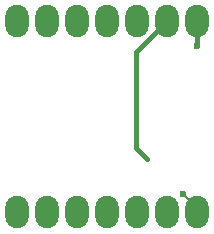
<source format=gbr>
%TF.GenerationSoftware,KiCad,Pcbnew,8.0.6*%
%TF.CreationDate,2025-02-09T14:24:31+00:00*%
%TF.ProjectId,disturbance-free-calling,64697374-7572-4626-916e-63652d667265,rev?*%
%TF.SameCoordinates,Original*%
%TF.FileFunction,Copper,L2,Bot*%
%TF.FilePolarity,Positive*%
%FSLAX46Y46*%
G04 Gerber Fmt 4.6, Leading zero omitted, Abs format (unit mm)*
G04 Created by KiCad (PCBNEW 8.0.6) date 2025-02-09 14:24:31*
%MOMM*%
%LPD*%
G01*
G04 APERTURE LIST*
G04 Aperture macros list*
%AMRoundRect*
0 Rectangle with rounded corners*
0 $1 Rounding radius*
0 $2 $3 $4 $5 $6 $7 $8 $9 X,Y pos of 4 corners*
0 Add a 4 corners polygon primitive as box body*
4,1,4,$2,$3,$4,$5,$6,$7,$8,$9,$2,$3,0*
0 Add four circle primitives for the rounded corners*
1,1,$1+$1,$2,$3*
1,1,$1+$1,$4,$5*
1,1,$1+$1,$6,$7*
1,1,$1+$1,$8,$9*
0 Add four rect primitives between the rounded corners*
20,1,$1+$1,$2,$3,$4,$5,0*
20,1,$1+$1,$4,$5,$6,$7,0*
20,1,$1+$1,$6,$7,$8,$9,0*
20,1,$1+$1,$8,$9,$2,$3,0*%
G04 Aperture macros list end*
%TA.AperFunction,SMDPad,CuDef*%
%ADD10RoundRect,1.000000X0.000010X-0.375000X0.000010X0.375000X-0.000010X0.375000X-0.000010X-0.375000X0*%
%TD*%
%TA.AperFunction,ViaPad*%
%ADD11C,0.600000*%
%TD*%
%TA.AperFunction,ViaPad*%
%ADD12C,0.500000*%
%TD*%
%TA.AperFunction,Conductor*%
%ADD13C,0.254000*%
%TD*%
%TA.AperFunction,Conductor*%
%ADD14C,0.381000*%
%TD*%
%TA.AperFunction,Conductor*%
%ADD15C,0.200000*%
%TD*%
G04 APERTURE END LIST*
D10*
%TO.P,U1,1,PA02_A0_D0*%
%TO.N,Net-(U1-PA02_A0_D0)*%
X136200000Y-68165000D03*
%TO.P,U1,2,PA4_A1_D1*%
%TO.N,unconnected-(U1-PA4_A1_D1-Pad2)*%
X133660000Y-68165000D03*
%TO.P,U1,3,PA10_A2_D2*%
%TO.N,unconnected-(U1-PA10_A2_D2-Pad3)*%
X131120000Y-68165000D03*
%TO.P,U1,4,PA11_A3_D3*%
%TO.N,unconnected-(U1-PA11_A3_D3-Pad4)*%
X128580000Y-68165000D03*
%TO.P,U1,5,PA8_A4_D4_SDA*%
%TO.N,unconnected-(U1-PA8_A4_D4_SDA-Pad5)*%
X126040000Y-68165000D03*
%TO.P,U1,6,PA9_A5_D5_SCL*%
%TO.N,unconnected-(U1-PA9_A5_D5_SCL-Pad6)*%
X123500000Y-68165000D03*
%TO.P,U1,7,PB08_A6_D6_TX*%
%TO.N,unconnected-(U1-PB08_A6_D6_TX-Pad7)*%
X120960000Y-68165000D03*
%TO.P,U1,8,PB09_A7_D7_RX*%
%TO.N,unconnected-(U1-PB09_A7_D7_RX-Pad8)*%
X120960000Y-52000000D03*
%TO.P,U1,9,PA7_A8_D8_SCK*%
%TO.N,unconnected-(U1-PA7_A8_D8_SCK-Pad9)*%
X123500000Y-52000000D03*
%TO.P,U1,10,PA5_A9_D9_MISO*%
%TO.N,unconnected-(U1-PA5_A9_D9_MISO-Pad10)*%
X126040000Y-52000000D03*
%TO.P,U1,11,PA6_A10_D10_MOSI*%
%TO.N,unconnected-(U1-PA6_A10_D10_MOSI-Pad11)*%
X128580000Y-52000000D03*
%TO.P,U1,12,3V3*%
%TO.N,unconnected-(U1-3V3-Pad12)*%
X131120000Y-52000000D03*
%TO.P,U1,13,GND*%
%TO.N,GND*%
X133660000Y-52000000D03*
%TO.P,U1,14,5V*%
%TO.N,+5V*%
X136200000Y-52000000D03*
%TD*%
D11*
%TO.N,+5V*%
X136200000Y-54084500D03*
D12*
%TO.N,GND*%
X132000000Y-63673000D03*
D11*
%TO.N,Net-(U1-PA02_A0_D0)*%
X135000000Y-66600000D03*
%TD*%
D13*
%TO.N,+5V*%
X136299058Y-52099058D02*
X136200000Y-52000000D01*
D14*
X136200000Y-52000000D02*
X136200000Y-54000000D01*
D13*
X136200000Y-54000000D02*
X136200000Y-54084500D01*
D14*
%TO.N,GND*%
X132000000Y-63673000D02*
X131030000Y-62703000D01*
X131030000Y-54630000D02*
X133660000Y-52000000D01*
X131030000Y-54630000D02*
X131030000Y-62681558D01*
D13*
X133660000Y-52601558D02*
X133660000Y-52000000D01*
D14*
X131030000Y-62703000D02*
X131030000Y-62681558D01*
D15*
%TO.N,unconnected-(U1-PA4_A1_D1-Pad2)*%
X133799058Y-68025942D02*
X133660000Y-68165000D01*
%TO.N,Net-(U1-PA02_A0_D0)*%
X135000000Y-66600000D02*
X136200000Y-67800000D01*
X136200000Y-67800000D02*
X136200000Y-68165000D01*
%TD*%
M02*

</source>
